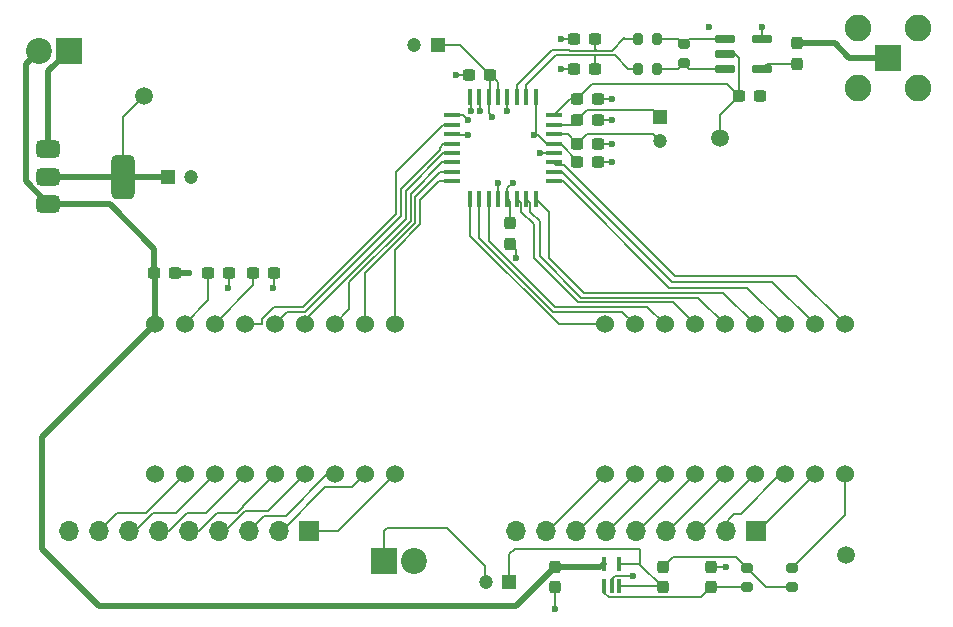
<source format=gbr>
%TF.GenerationSoftware,KiCad,Pcbnew,8.0.1*%
%TF.CreationDate,2024-04-12T18:49:36-04:00*%
%TF.ProjectId,adc_fpga,6164635f-6670-4676-912e-6b696361645f,rev?*%
%TF.SameCoordinates,Original*%
%TF.FileFunction,Copper,L1,Top*%
%TF.FilePolarity,Positive*%
%FSLAX46Y46*%
G04 Gerber Fmt 4.6, Leading zero omitted, Abs format (unit mm)*
G04 Created by KiCad (PCBNEW 8.0.1) date 2024-04-12 18:49:36*
%MOMM*%
%LPD*%
G01*
G04 APERTURE LIST*
G04 Aperture macros list*
%AMRoundRect*
0 Rectangle with rounded corners*
0 $1 Rounding radius*
0 $2 $3 $4 $5 $6 $7 $8 $9 X,Y pos of 4 corners*
0 Add a 4 corners polygon primitive as box body*
4,1,4,$2,$3,$4,$5,$6,$7,$8,$9,$2,$3,0*
0 Add four circle primitives for the rounded corners*
1,1,$1+$1,$2,$3*
1,1,$1+$1,$4,$5*
1,1,$1+$1,$6,$7*
1,1,$1+$1,$8,$9*
0 Add four rect primitives between the rounded corners*
20,1,$1+$1,$2,$3,$4,$5,0*
20,1,$1+$1,$4,$5,$6,$7,0*
20,1,$1+$1,$6,$7,$8,$9,0*
20,1,$1+$1,$8,$9,$2,$3,0*%
G04 Aperture macros list end*
%TA.AperFunction,ComponentPad*%
%ADD10C,1.500000*%
%TD*%
%TA.AperFunction,ComponentPad*%
%ADD11C,1.524000*%
%TD*%
%TA.AperFunction,SMDPad,CuDef*%
%ADD12RoundRect,0.237500X-0.300000X-0.237500X0.300000X-0.237500X0.300000X0.237500X-0.300000X0.237500X0*%
%TD*%
%TA.AperFunction,SMDPad,CuDef*%
%ADD13RoundRect,0.237500X-0.237500X0.300000X-0.237500X-0.300000X0.237500X-0.300000X0.237500X0.300000X0*%
%TD*%
%TA.AperFunction,SMDPad,CuDef*%
%ADD14R,0.330200X1.473200*%
%TD*%
%TA.AperFunction,SMDPad,CuDef*%
%ADD15R,1.473200X0.330200*%
%TD*%
%TA.AperFunction,SMDPad,CuDef*%
%ADD16RoundRect,0.200000X0.275000X-0.200000X0.275000X0.200000X-0.275000X0.200000X-0.275000X-0.200000X0*%
%TD*%
%TA.AperFunction,SMDPad,CuDef*%
%ADD17RoundRect,0.200000X-0.200000X-0.275000X0.200000X-0.275000X0.200000X0.275000X-0.200000X0.275000X0*%
%TD*%
%TA.AperFunction,SMDPad,CuDef*%
%ADD18RoundRect,0.237500X0.300000X0.237500X-0.300000X0.237500X-0.300000X-0.237500X0.300000X-0.237500X0*%
%TD*%
%TA.AperFunction,ComponentPad*%
%ADD19R,1.200000X1.200000*%
%TD*%
%TA.AperFunction,ComponentPad*%
%ADD20C,1.200000*%
%TD*%
%TA.AperFunction,ComponentPad*%
%ADD21R,1.700000X1.700000*%
%TD*%
%TA.AperFunction,ComponentPad*%
%ADD22O,1.700000X1.700000*%
%TD*%
%TA.AperFunction,ComponentPad*%
%ADD23R,2.250000X2.250000*%
%TD*%
%TA.AperFunction,ComponentPad*%
%ADD24C,2.250000*%
%TD*%
%TA.AperFunction,SMDPad,CuDef*%
%ADD25RoundRect,0.190000X0.635000X0.190000X-0.635000X0.190000X-0.635000X-0.190000X0.635000X-0.190000X0*%
%TD*%
%TA.AperFunction,SMDPad,CuDef*%
%ADD26RoundRect,0.237500X0.237500X-0.300000X0.237500X0.300000X-0.237500X0.300000X-0.237500X-0.300000X0*%
%TD*%
%TA.AperFunction,SMDPad,CuDef*%
%ADD27RoundRect,0.200000X-0.275000X0.200000X-0.275000X-0.200000X0.275000X-0.200000X0.275000X0.200000X0*%
%TD*%
%TA.AperFunction,SMDPad,CuDef*%
%ADD28RoundRect,0.375000X-0.625000X-0.375000X0.625000X-0.375000X0.625000X0.375000X-0.625000X0.375000X0*%
%TD*%
%TA.AperFunction,SMDPad,CuDef*%
%ADD29RoundRect,0.500000X-0.500000X-1.400000X0.500000X-1.400000X0.500000X1.400000X-0.500000X1.400000X0*%
%TD*%
%TA.AperFunction,ComponentPad*%
%ADD30R,2.200000X2.200000*%
%TD*%
%TA.AperFunction,ComponentPad*%
%ADD31C,2.200000*%
%TD*%
%TA.AperFunction,SMDPad,CuDef*%
%ADD32RoundRect,0.040000X0.160000X-0.555000X0.160000X0.555000X-0.160000X0.555000X-0.160000X-0.555000X0*%
%TD*%
%TA.AperFunction,ViaPad*%
%ADD33C,0.600000*%
%TD*%
%TA.AperFunction,Conductor*%
%ADD34C,0.200000*%
%TD*%
%TA.AperFunction,Conductor*%
%ADD35C,0.500000*%
%TD*%
G04 APERTURE END LIST*
D10*
%TO.P,TP2,1,1*%
%TO.N,Net-(U3-VRM)*%
X137668000Y-92710000D03*
%TD*%
%TO.P,TP4,1,1*%
%TO.N,+3.3V*%
X88900000Y-89154000D03*
%TD*%
%TO.P,TP1,1,1*%
%TO.N,Net-(U2-A4)*%
X148336000Y-128016000D03*
%TD*%
D11*
%TO.P,U2,1,L1*%
%TO.N,Net-(U2-L1)*%
X148245000Y-108530000D03*
%TO.P,U2,2,M4*%
%TO.N,Net-(U2-M4)*%
X145705000Y-108530000D03*
%TO.P,U2,3,M3*%
%TO.N,Net-(U2-M3)*%
X143165000Y-108530000D03*
%TO.P,U2,4,N2*%
%TO.N,Net-(U2-N2)*%
X140625000Y-108530000D03*
%TO.P,U2,5,M2*%
%TO.N,Net-(U2-M2)*%
X138085000Y-108530000D03*
%TO.P,U2,6,P3*%
%TO.N,Net-(U2-P3)*%
X135545000Y-108530000D03*
%TO.P,U2,7,N3*%
%TO.N,Net-(U2-N3)*%
X133005000Y-108530000D03*
%TO.P,U2,8,P1*%
%TO.N,Net-(U2-P1)*%
X130465000Y-108530000D03*
%TO.P,U2,9,N1*%
%TO.N,Net-(U2-N1)*%
X127925000Y-108530000D03*
%TO.P,U2,16,P14*%
%TO.N,Net-(U2-P14)*%
X110145000Y-108530000D03*
%TO.P,U2,17,P15*%
%TO.N,Net-(U2-P15)*%
X107605000Y-108530000D03*
%TO.P,U2,18,N13*%
%TO.N,Net-(U2-N13)*%
X105065000Y-108530000D03*
%TO.P,U2,19,N15*%
%TO.N,Net-(U2-N15)*%
X102525000Y-108530000D03*
%TO.P,U2,20,N14*%
%TO.N,Net-(U2-N14)*%
X99985000Y-108530000D03*
%TO.P,U2,21,M15*%
%TO.N,Net-(U2-M15)*%
X97445000Y-108530000D03*
%TO.P,U2,22,M14*%
%TO.N,Net-(U2-M14)*%
X94905000Y-108530000D03*
%TO.P,U2,23,L15*%
%TO.N,Net-(U2-L15)*%
X92365000Y-108530000D03*
%TO.P,U2,24,VU*%
%TO.N,+5V*%
X89825000Y-108530000D03*
%TO.P,U2,25,GND*%
%TO.N,GND*%
X89825000Y-121230000D03*
%TO.P,U2,26,L14*%
%TO.N,Net-(U2-L14)*%
X92365000Y-121230000D03*
%TO.P,U2,27,K14*%
%TO.N,Net-(U2-K14)*%
X94905000Y-121230000D03*
%TO.P,U2,28,J15*%
%TO.N,Net-(U2-J15)*%
X97445000Y-121230000D03*
%TO.P,U2,29,L13*%
%TO.N,Net-(U2-L13)*%
X99985000Y-121230000D03*
%TO.P,U2,30,M13*%
%TO.N,Net-(U2-M13)*%
X102525000Y-121230000D03*
%TO.P,U2,31,J11*%
%TO.N,Net-(U2-J11)*%
X105065000Y-121230000D03*
%TO.P,U2,32,A32*%
%TO.N,Net-(U2-A32)*%
X107605000Y-121230000D03*
%TO.P,U2,33,A33*%
%TO.N,Net-(U2-A33)*%
X110145000Y-121230000D03*
%TO.P,U2,40,C5*%
%TO.N,Net-(U2-C5)*%
X127925000Y-121230000D03*
%TO.P,U2,41,A2*%
%TO.N,Net-(U2-A2)*%
X130465000Y-121230000D03*
%TO.P,U2,42,B2*%
%TO.N,Net-(U2-B2)*%
X133005000Y-121230000D03*
%TO.P,U2,43,B1*%
%TO.N,Net-(U2-B1)*%
X135545000Y-121230000D03*
%TO.P,U2,44,C1*%
%TO.N,Net-(U2-C1)*%
X138085000Y-121230000D03*
%TO.P,U2,45,B3*%
%TO.N,Net-(U2-B3)*%
X140625000Y-121230000D03*
%TO.P,U2,46,B4*%
%TO.N,Net-(U2-B4)*%
X143165000Y-121230000D03*
%TO.P,U2,47,A3*%
%TO.N,Net-(U2-A3)*%
X145705000Y-121230000D03*
%TO.P,U2,48,A4*%
%TO.N,Net-(U2-A4)*%
X148245000Y-121230000D03*
%TD*%
D12*
%TO.P,C20,1*%
%TO.N,Net-(U2-M14)*%
X98197500Y-104140000D03*
%TO.P,C20,2*%
%TO.N,GND*%
X99922500Y-104140000D03*
%TD*%
%TO.P,C14,1*%
%TO.N,Net-(U2-L15)*%
X94387500Y-104140000D03*
%TO.P,C14,2*%
%TO.N,GND*%
X96112500Y-104140000D03*
%TD*%
D13*
%TO.P,C13,1*%
%TO.N,+3.3V*%
X119888000Y-99975500D03*
%TO.P,C13,2*%
%TO.N,GND*%
X119888000Y-101700500D03*
%TD*%
D14*
%TO.P,U3,1,VREF*%
%TO.N,+3.3V*%
X122103799Y-89306400D03*
%TO.P,U3,2,VIN+*%
%TO.N,Net-(U3-VIN+)*%
X121303801Y-89306400D03*
%TO.P,U3,3,VIN-*%
%TO.N,Net-(U3-VIN-)*%
X120503800Y-89306400D03*
%TO.P,U3,4,AGND*%
%TO.N,GND*%
X119703799Y-89306400D03*
%TO.P,U3,5,VA*%
%TO.N,+3.3V*%
X118903801Y-89306400D03*
%TO.P,U3,6,VD*%
X118103800Y-89306400D03*
%TO.P,U3,7,AGND*%
%TO.N,GND*%
X117303801Y-89306400D03*
%TO.P,U3,8,PD*%
X116503801Y-89306400D03*
D15*
%TO.P,U3,9,DGND*%
X114985800Y-90824401D03*
%TO.P,U3,10,CLK*%
%TO.N,Net-(U2-M15)*%
X114985800Y-91624399D03*
%TO.P,U3,11,DF/DCS*%
%TO.N,GND*%
X114985800Y-92424400D03*
%TO.P,U3,12,(LSB)D0*%
%TO.N,Net-(U2-N14)*%
X114985800Y-93224401D03*
%TO.P,U3,13,D1*%
%TO.N,Net-(U2-N15)*%
X114985800Y-94024399D03*
%TO.P,U3,14,D2*%
%TO.N,Net-(U2-N13)*%
X114985800Y-94824400D03*
%TO.P,U3,15,D3*%
%TO.N,Net-(U2-P15)*%
X114985800Y-95624399D03*
%TO.P,U3,16,D4*%
%TO.N,Net-(U2-P14)*%
X114985800Y-96424399D03*
D14*
%TO.P,U3,17,D5*%
%TO.N,Net-(U2-N1)*%
X116503801Y-97942400D03*
%TO.P,U3,18,D6*%
%TO.N,Net-(U2-P1)*%
X117303799Y-97942400D03*
%TO.P,U3,19,D7*%
%TO.N,Net-(U2-N3)*%
X118103800Y-97942400D03*
%TO.P,U3,20,DRGND*%
%TO.N,GND*%
X118903801Y-97942400D03*
%TO.P,U3,21,VDR*%
%TO.N,+3.3V*%
X119703799Y-97942400D03*
%TO.P,U3,22,D8*%
%TO.N,Net-(U2-P3)*%
X120503800Y-97942400D03*
%TO.P,U3,23,D9*%
%TO.N,Net-(U2-M2)*%
X121303799Y-97942400D03*
%TO.P,U3,24,D10*%
%TO.N,Net-(U2-N2)*%
X122103799Y-97942400D03*
D15*
%TO.P,U3,25,D11*%
%TO.N,Net-(U2-M3)*%
X123621800Y-96424399D03*
%TO.P,U3,26,D12*%
%TO.N,Net-(U2-M4)*%
X123621800Y-95624401D03*
%TO.P,U3,27,D13(MSB)*%
%TO.N,Net-(U2-L1)*%
X123621800Y-94824400D03*
%TO.P,U3,28,AGND*%
%TO.N,GND*%
X123621800Y-94024399D03*
%TO.P,U3,29,VA*%
%TO.N,+3.3V*%
X123621800Y-93224401D03*
%TO.P,U3,30,VRN*%
%TO.N,Net-(U3-VRN)*%
X123621800Y-92424400D03*
%TO.P,U3,31,VRP*%
%TO.N,Net-(U3-VRP)*%
X123621800Y-91624401D03*
%TO.P,U3,32,VRM*%
%TO.N,Net-(U3-VRM)*%
X123621800Y-90824401D03*
%TD*%
D16*
%TO.P,R5,1*%
%TO.N,Net-(R1-Pad2)*%
X134620000Y-86423000D03*
%TO.P,R5,2*%
%TO.N,Net-(R4-Pad2)*%
X134620000Y-84773000D03*
%TD*%
D17*
%TO.P,R4,1*%
%TO.N,Net-(U3-VIN-)*%
X130747000Y-84328000D03*
%TO.P,R4,2*%
%TO.N,Net-(R4-Pad2)*%
X132397000Y-84328000D03*
%TD*%
%TO.P,R1,1*%
%TO.N,Net-(U3-VIN+)*%
X130747000Y-86868000D03*
%TO.P,R1,2*%
%TO.N,Net-(R1-Pad2)*%
X132397000Y-86868000D03*
%TD*%
D18*
%TO.P,C12,2*%
%TO.N,GND*%
X125375500Y-86868000D03*
%TO.P,C12,1*%
%TO.N,Net-(U3-VIN+)*%
X127100500Y-86868000D03*
%TD*%
D12*
%TO.P,C10,1*%
%TO.N,GND*%
X125375500Y-84328000D03*
%TO.P,C10,2*%
%TO.N,Net-(U3-VIN-)*%
X127100500Y-84328000D03*
%TD*%
%TO.P,C9,1*%
%TO.N,Net-(U3-VRM)*%
X139345500Y-89154000D03*
%TO.P,C9,2*%
%TO.N,GND*%
X141070500Y-89154000D03*
%TD*%
D19*
%TO.P,C8,1*%
%TO.N,Net-(U3-VRP)*%
X132588000Y-90975401D03*
D20*
%TO.P,C8,2*%
%TO.N,Net-(U3-VRN)*%
X132588000Y-92975401D03*
%TD*%
D18*
%TO.P,C7,2*%
%TO.N,Net-(U3-VRN)*%
X125629500Y-93218000D03*
%TO.P,C7,1*%
%TO.N,GND*%
X127354500Y-93218000D03*
%TD*%
%TO.P,C6,1*%
%TO.N,GND*%
X127354500Y-89408000D03*
%TO.P,C6,2*%
%TO.N,Net-(U3-VRM)*%
X125629500Y-89408000D03*
%TD*%
%TO.P,C5,2*%
%TO.N,Net-(U3-VRP)*%
X125629500Y-91186000D03*
%TO.P,C5,1*%
%TO.N,GND*%
X127354500Y-91186000D03*
%TD*%
D19*
%TO.P,C4,1*%
%TO.N,+3.3V*%
X113792000Y-84836000D03*
D20*
%TO.P,C4,2*%
%TO.N,GND*%
X111792000Y-84836000D03*
%TD*%
D18*
%TO.P,C3,1*%
%TO.N,GND*%
X127354500Y-94742000D03*
%TO.P,C3,2*%
%TO.N,+3.3V*%
X125629500Y-94742000D03*
%TD*%
D12*
%TO.P,C2,1*%
%TO.N,GND*%
X116485500Y-87376000D03*
%TO.P,C2,2*%
%TO.N,+3.3V*%
X118210500Y-87376000D03*
%TD*%
D21*
%TO.P,J5,1*%
%TO.N,Net-(U2-A33)*%
X102870000Y-125984000D03*
D22*
%TO.P,J5,2*%
%TO.N,Net-(U2-A32)*%
X100330000Y-125984000D03*
%TO.P,J5,3*%
%TO.N,Net-(U2-J11)*%
X97790000Y-125984000D03*
%TO.P,J5,4*%
%TO.N,Net-(U2-M13)*%
X95250000Y-125984000D03*
%TO.P,J5,5*%
%TO.N,Net-(U2-L13)*%
X92710000Y-125984000D03*
%TO.P,J5,6*%
%TO.N,Net-(U2-J15)*%
X90170000Y-125984000D03*
%TO.P,J5,7*%
%TO.N,Net-(U2-K14)*%
X87630000Y-125984000D03*
%TO.P,J5,8*%
%TO.N,Net-(U2-L14)*%
X85090000Y-125984000D03*
%TO.P,J5,9*%
%TO.N,GND*%
X82550000Y-125984000D03*
%TD*%
D21*
%TO.P,J3,1*%
%TO.N,Net-(U2-A3)*%
X140716000Y-125984000D03*
D22*
%TO.P,J3,2*%
%TO.N,Net-(U2-B4)*%
X138176000Y-125984000D03*
%TO.P,J3,3*%
%TO.N,Net-(U2-B3)*%
X135636000Y-125984000D03*
%TO.P,J3,4*%
%TO.N,Net-(U2-C1)*%
X133096000Y-125984000D03*
%TO.P,J3,5*%
%TO.N,Net-(U2-B1)*%
X130556000Y-125984000D03*
%TO.P,J3,6*%
%TO.N,Net-(U2-B2)*%
X128016000Y-125984000D03*
%TO.P,J3,7*%
%TO.N,Net-(U2-A2)*%
X125476000Y-125984000D03*
%TO.P,J3,8*%
%TO.N,Net-(U2-C5)*%
X122936000Y-125984000D03*
%TO.P,J3,9*%
%TO.N,GND*%
X120396000Y-125984000D03*
%TD*%
D23*
%TO.P,J1,1,In*%
%TO.N,Net-(J1-In)*%
X151892000Y-85959500D03*
D24*
%TO.P,J1,2,Ext*%
%TO.N,GND*%
X154432000Y-83419500D03*
X149352000Y-83419500D03*
X154432000Y-88499500D03*
X149352000Y-88499500D03*
%TD*%
D25*
%TO.P,T1,6*%
%TO.N,Net-(C11-Pad2)*%
X141290000Y-86871000D03*
%TO.P,T1,4*%
%TO.N,GND*%
X141290000Y-84331000D03*
%TO.P,T1,3*%
%TO.N,Net-(R4-Pad2)*%
X138110000Y-84331000D03*
%TO.P,T1,2*%
%TO.N,Net-(U3-VRM)*%
X138110000Y-85601000D03*
%TO.P,T1,1*%
%TO.N,Net-(R1-Pad2)*%
X138110000Y-86871000D03*
%TD*%
D13*
%TO.P,C11,2*%
%TO.N,Net-(C11-Pad2)*%
X144254000Y-86460500D03*
%TO.P,C11,1*%
%TO.N,Net-(J1-In)*%
X144254000Y-84735500D03*
%TD*%
D26*
%TO.P,C17,1*%
%TO.N,Net-(U1-+)*%
X136906000Y-130806500D03*
%TO.P,C17,2*%
%TO.N,GND*%
X136906000Y-129081500D03*
%TD*%
D19*
%TO.P,C19,1*%
%TO.N,Net-(U1--)*%
X119844600Y-130302000D03*
D20*
%TO.P,C19,2*%
%TO.N,Net-(J2-Pin_1)*%
X117844600Y-130302000D03*
%TD*%
D27*
%TO.P,R3,1*%
%TO.N,Net-(C18-Pad2)*%
X139954000Y-129119000D03*
%TO.P,R3,2*%
%TO.N,Net-(U1-+)*%
X139954000Y-130769000D03*
%TD*%
D12*
%TO.P,C1,2*%
%TO.N,GND*%
X91540500Y-104140000D03*
%TO.P,C1,1*%
%TO.N,+5V*%
X89815500Y-104140000D03*
%TD*%
D28*
%TO.P,U4,1,GND*%
%TO.N,GND*%
X80822000Y-93712000D03*
%TO.P,U4,2,VO*%
%TO.N,+3.3V*%
X80822000Y-96012000D03*
D29*
X87122000Y-96012000D03*
D28*
%TO.P,U4,3,VI*%
%TO.N,+5V*%
X80822000Y-98312000D03*
%TD*%
D30*
%TO.P,J2,1,Pin_1*%
%TO.N,Net-(J2-Pin_1)*%
X109220000Y-128524000D03*
D31*
%TO.P,J2,2,Pin_2*%
%TO.N,GND*%
X111760000Y-128524000D03*
%TD*%
D19*
%TO.P,C15,1*%
%TO.N,+3.3V*%
X90932000Y-96012000D03*
D20*
%TO.P,C15,2*%
%TO.N,GND*%
X92932000Y-96012000D03*
%TD*%
D26*
%TO.P,C18,1*%
%TO.N,Net-(U1--)*%
X132842000Y-130806500D03*
%TO.P,C18,2*%
%TO.N,Net-(C18-Pad2)*%
X132842000Y-129081500D03*
%TD*%
D32*
%TO.P,U1,1,+*%
%TO.N,Net-(U1-+)*%
X127874000Y-130698000D03*
%TO.P,U1,2,V-*%
%TO.N,GND*%
X128524000Y-130698000D03*
%TO.P,U1,3,-*%
%TO.N,Net-(U1--)*%
X129174000Y-130698000D03*
%TO.P,U1,4*%
X129174000Y-128778000D03*
%TO.P,U1,5,V+*%
%TO.N,+5V*%
X127874000Y-128778000D03*
%TD*%
D30*
%TO.P,J4,1,Pin_1*%
%TO.N,GND*%
X82550000Y-85344000D03*
D31*
%TO.P,J4,2,Pin_2*%
%TO.N,+5V*%
X80010000Y-85344000D03*
%TD*%
D13*
%TO.P,C16,1*%
%TO.N,+5V*%
X123698000Y-129081500D03*
%TO.P,C16,2*%
%TO.N,GND*%
X123698000Y-130806500D03*
%TD*%
D27*
%TO.P,R2,1*%
%TO.N,Net-(U2-A4)*%
X143764000Y-129119000D03*
%TO.P,R2,2*%
%TO.N,Net-(C18-Pad2)*%
X143764000Y-130769000D03*
%TD*%
D33*
%TO.N,GND*%
X99822000Y-105410000D03*
X96012000Y-105410000D03*
X141224000Y-83312000D03*
%TO.N,+3.3V*%
X120142000Y-96520000D03*
%TO.N,GND*%
X120396000Y-102870000D03*
X128524000Y-89408000D03*
X128524000Y-94742000D03*
X128524000Y-93218000D03*
%TO.N,+3.3V*%
X118364000Y-90932000D03*
X121920000Y-92456000D03*
%TO.N,GND*%
X128524000Y-91186000D03*
X124206000Y-84328000D03*
X124206000Y-86868000D03*
X116332000Y-91186000D03*
X115316000Y-87376000D03*
X122428000Y-93980000D03*
X118872000Y-96520000D03*
X116332000Y-92456000D03*
X119634000Y-90424000D03*
X117348000Y-90424000D03*
X116586000Y-90424000D03*
X136736000Y-83312000D03*
X130302000Y-129794000D03*
X123698000Y-132588000D03*
X138176000Y-129032000D03*
X92710000Y-104140000D03*
%TD*%
D34*
%TO.N,Net-(U1--)*%
X119833199Y-127998801D02*
X119833199Y-129943999D01*
X120324000Y-127508000D02*
X119833199Y-127998801D01*
X130810000Y-127508000D02*
X120324000Y-127508000D01*
X130938750Y-127636750D02*
X130810000Y-127508000D01*
X130938750Y-128903250D02*
X130938750Y-127636750D01*
%TO.N,+3.3V*%
X87122000Y-90932000D02*
X87122000Y-96012000D01*
X88900000Y-89154000D02*
X87122000Y-90932000D01*
%TO.N,Net-(U3-VRM)*%
X137668000Y-90831500D02*
X139345500Y-89154000D01*
X137668000Y-92710000D02*
X137668000Y-90831500D01*
%TO.N,Net-(U2-M3)*%
X143074000Y-108530000D02*
X143165000Y-108530000D01*
X139954000Y-105410000D02*
X143074000Y-108530000D01*
X133350000Y-105410000D02*
X139954000Y-105410000D01*
X124364399Y-96424399D02*
X133350000Y-105410000D01*
X123621800Y-96424399D02*
X124364399Y-96424399D01*
%TO.N,Net-(U2-L1)*%
X144109000Y-104394000D02*
X148245000Y-108530000D01*
X124507943Y-95053200D02*
X133848743Y-104394000D01*
X123850600Y-95053200D02*
X124507943Y-95053200D01*
X123621800Y-94824400D02*
X123850600Y-95053200D01*
X133848743Y-104394000D02*
X144109000Y-104394000D01*
%TO.N,Net-(U2-M4)*%
X142077000Y-104902000D02*
X145705000Y-108530000D01*
X133604000Y-104902000D02*
X142077000Y-104902000D01*
X124326401Y-95624401D02*
X133604000Y-104902000D01*
X123621800Y-95624401D02*
X124326401Y-95624401D01*
%TO.N,Net-(U2-N14)*%
X114985800Y-93224401D02*
X114284098Y-93224401D01*
X102590000Y-107468000D02*
X101047000Y-107468000D01*
X114284098Y-93224401D02*
X113949200Y-93559299D01*
X101047000Y-107468000D02*
X99985000Y-108530000D01*
X113949200Y-93559299D02*
X113949200Y-93793614D01*
X110699600Y-99358400D02*
X102590000Y-107468000D01*
X113949200Y-93793614D02*
X110699600Y-97043214D01*
X110699600Y-97043214D02*
X110699600Y-99358400D01*
%TO.N,GND*%
X99922500Y-105309500D02*
X99822000Y-105410000D01*
X99922500Y-104140000D02*
X99922500Y-105309500D01*
X96112500Y-105309500D02*
X96012000Y-105410000D01*
X96112500Y-104140000D02*
X96112500Y-105309500D01*
%TO.N,Net-(U2-M14)*%
X98197500Y-105237500D02*
X94905000Y-108530000D01*
X98197500Y-104140000D02*
X98197500Y-105237500D01*
%TO.N,Net-(U2-L15)*%
X94387500Y-106507500D02*
X92365000Y-108530000D01*
X94387500Y-104140000D02*
X94387500Y-106507500D01*
D35*
%TO.N,+5V*%
X89825000Y-104149500D02*
X89815500Y-104140000D01*
X89825000Y-108530000D02*
X89825000Y-104149500D01*
X89815500Y-102108000D02*
X89815500Y-104140000D01*
D34*
%TO.N,GND*%
X141224000Y-83312000D02*
X141290000Y-84331000D01*
%TO.N,+3.3V*%
X120142000Y-96520000D02*
X119703799Y-96958201D01*
X119703799Y-96958201D02*
X119703799Y-97942400D01*
%TO.N,GND*%
X120396000Y-102208500D02*
X119888000Y-101700500D01*
X120396000Y-102870000D02*
X120396000Y-102208500D01*
%TO.N,+3.3V*%
X119888000Y-98126601D02*
X119703799Y-97942400D01*
X119888000Y-99975500D02*
X119888000Y-98126601D01*
%TO.N,Net-(U2-N3)*%
X131543000Y-107068000D02*
X133005000Y-108530000D01*
X123693372Y-107068000D02*
X131543000Y-107068000D01*
X118103800Y-101478428D02*
X123693372Y-107068000D01*
X118103800Y-97942400D02*
X118103800Y-101478428D01*
%TO.N,Net-(U2-P1)*%
X129403000Y-107468000D02*
X130465000Y-108530000D01*
X117303799Y-101244113D02*
X123527686Y-107468000D01*
X123527686Y-107468000D02*
X129403000Y-107468000D01*
X117303799Y-97942400D02*
X117303799Y-101244113D01*
%TO.N,Net-(U2-N1)*%
X124024000Y-108530000D02*
X127925000Y-108530000D01*
X116503801Y-101009801D02*
X124024000Y-108530000D01*
X116503801Y-97942400D02*
X116503801Y-101009801D01*
%TO.N,Net-(U2-N2)*%
X137963000Y-105868000D02*
X140625000Y-108530000D01*
X126143000Y-105868000D02*
X137963000Y-105868000D01*
X123190000Y-102915000D02*
X126143000Y-105868000D01*
X123190000Y-99028601D02*
X123190000Y-102915000D01*
X122103799Y-97942400D02*
X123190000Y-99028601D01*
%TO.N,Net-(U2-P3)*%
X125643000Y-106668000D02*
X133683000Y-106668000D01*
X133683000Y-106668000D02*
X135545000Y-108530000D01*
X121920000Y-102945000D02*
X125643000Y-106668000D01*
X120838699Y-98979000D02*
X121920000Y-100060301D01*
X121920000Y-100060301D02*
X121920000Y-102945000D01*
X120838699Y-98277299D02*
X120838699Y-98979000D01*
X120503800Y-97942400D02*
X120838699Y-98277299D01*
%TO.N,Net-(U2-M2)*%
X125950107Y-106268000D02*
X135823000Y-106268000D01*
X122428000Y-102745893D02*
X125950107Y-106268000D01*
X121638699Y-98277300D02*
X121638699Y-98979000D01*
X121303799Y-97942400D02*
X121638699Y-98277300D01*
X121638699Y-98979000D02*
X122428000Y-99768301D01*
X122428000Y-99768301D02*
X122428000Y-102745893D01*
X135823000Y-106268000D02*
X138085000Y-108530000D01*
D35*
%TO.N,GND*%
X92710000Y-104140000D02*
X91540500Y-104140000D01*
%TO.N,+5V*%
X86019500Y-98312000D02*
X89815500Y-102108000D01*
D34*
%TO.N,GND*%
X128524000Y-89408000D02*
X127354500Y-89408000D01*
%TO.N,Net-(U3-VRM)*%
X138329500Y-88138000D02*
X139345500Y-89154000D01*
X125038201Y-89408000D02*
X125629500Y-89408000D01*
X125629500Y-89408000D02*
X126899500Y-88138000D01*
X123621800Y-90824401D02*
X125038201Y-89408000D01*
X126899500Y-88138000D02*
X138329500Y-88138000D01*
%TO.N,Net-(U3-VRP)*%
X132023599Y-90411000D02*
X132588000Y-90975401D01*
X126404500Y-90411000D02*
X132023599Y-90411000D01*
X125629500Y-91186000D02*
X126404500Y-90411000D01*
%TO.N,Net-(U3-VRN)*%
X132055599Y-92443000D02*
X132588000Y-92975401D01*
X126404500Y-92443000D02*
X132055599Y-92443000D01*
X125629500Y-93218000D02*
X126404500Y-92443000D01*
%TO.N,GND*%
X127354500Y-94742000D02*
X128524000Y-94742000D01*
X127354500Y-93218000D02*
X128524000Y-93218000D01*
X127354500Y-91186000D02*
X128524000Y-91186000D01*
%TO.N,+3.3V*%
X118103800Y-90671800D02*
X118364000Y-90932000D01*
X118103800Y-89306400D02*
X118103800Y-90671800D01*
X122103799Y-92272201D02*
X122103799Y-89306400D01*
X121920000Y-92456000D02*
X122103799Y-92272201D01*
X123050300Y-93224401D02*
X123621800Y-93224401D01*
X122281899Y-92456000D02*
X123050300Y-93224401D01*
X121920000Y-92456000D02*
X122281899Y-92456000D01*
X125629500Y-94660601D02*
X125629500Y-94742000D01*
X124193300Y-93224401D02*
X125629500Y-94660601D01*
X123621800Y-93224401D02*
X124193300Y-93224401D01*
%TO.N,Net-(U3-VIN+)*%
X121303801Y-88236549D02*
X121303801Y-89306400D01*
X123810550Y-85729800D02*
X121303801Y-88236549D01*
X124591800Y-85729800D02*
X123810550Y-85729800D01*
X127000000Y-85744000D02*
X124606000Y-85744000D01*
X124606000Y-85744000D02*
X124591800Y-85729800D01*
%TO.N,Net-(U3-VIN-)*%
X120503800Y-88284200D02*
X120503800Y-89306400D01*
X123458200Y-85329800D02*
X120503800Y-88284200D01*
X124953800Y-85329800D02*
X123458200Y-85329800D01*
D35*
%TO.N,Net-(J1-In)*%
X148618000Y-85959500D02*
X151892000Y-85959500D01*
X144254000Y-84735500D02*
X147394000Y-84735500D01*
X147394000Y-84735500D02*
X148618000Y-85959500D01*
D34*
%TO.N,Net-(R4-Pad2)*%
X135062000Y-84331000D02*
X134620000Y-84773000D01*
X138110000Y-84331000D02*
X135062000Y-84331000D01*
%TO.N,Net-(R1-Pad2)*%
X135068000Y-86871000D02*
X134620000Y-86423000D01*
X138110000Y-86871000D02*
X135068000Y-86871000D01*
%TO.N,Net-(U3-VRM)*%
X138935000Y-85601000D02*
X138110000Y-85601000D01*
X139345500Y-86011500D02*
X138935000Y-85601000D01*
X139345500Y-89154000D02*
X139345500Y-86011500D01*
%TO.N,GND*%
X127254000Y-93117500D02*
X127354500Y-93218000D01*
X127354500Y-91186000D02*
X127254000Y-91286500D01*
%TO.N,Net-(U3-VRN)*%
X125629500Y-93218000D02*
X124835900Y-92424400D01*
X124835900Y-92424400D02*
X123621800Y-92424400D01*
%TO.N,Net-(U3-VRP)*%
X125629500Y-91186000D02*
X125191099Y-91624401D01*
X125191099Y-91624401D02*
X123621800Y-91624401D01*
%TO.N,GND*%
X124206000Y-86868000D02*
X125375500Y-86868000D01*
X124206000Y-84328000D02*
X125375500Y-84328000D01*
%TO.N,Net-(U3-VIN+)*%
X127100500Y-85844500D02*
X127000000Y-85744000D01*
X128770500Y-85744000D02*
X127000000Y-85744000D01*
X127100500Y-86868000D02*
X127100500Y-85844500D01*
%TO.N,Net-(U3-VIN-)*%
X127100500Y-85190500D02*
X127254000Y-85344000D01*
X124968000Y-85344000D02*
X127254000Y-85344000D01*
X127254000Y-85344000D02*
X128524000Y-85344000D01*
X127100500Y-84328000D02*
X127100500Y-85190500D01*
%TO.N,+3.3V*%
X115670500Y-84836000D02*
X118210500Y-87376000D01*
X113792000Y-84836000D02*
X115670500Y-84836000D01*
%TO.N,GND*%
X115970401Y-90824401D02*
X116332000Y-91186000D01*
X114985800Y-90824401D02*
X115970401Y-90824401D01*
X116485500Y-87376000D02*
X115316000Y-87376000D01*
X119634000Y-89376199D02*
X119703799Y-89306400D01*
X119634000Y-90424000D02*
X119634000Y-89376199D01*
X117348000Y-90424000D02*
X117348000Y-89350599D01*
X117348000Y-89350599D02*
X117303801Y-89306400D01*
X116586000Y-89388599D02*
X116503801Y-89306400D01*
X116586000Y-90424000D02*
X116586000Y-89388599D01*
X115017400Y-92456000D02*
X114985800Y-92424400D01*
X116332000Y-92456000D02*
X115017400Y-92456000D01*
X123577401Y-93980000D02*
X123621800Y-94024399D01*
X122428000Y-93980000D02*
X123577401Y-93980000D01*
X118872000Y-97910599D02*
X118903801Y-97942400D01*
X118872000Y-96520000D02*
X118872000Y-97910599D01*
%TO.N,+3.3V*%
X118903801Y-88169801D02*
X118903801Y-89306400D01*
X118872000Y-88138000D02*
X118903801Y-88169801D01*
X118872000Y-88037500D02*
X118872000Y-88138000D01*
X118210500Y-87376000D02*
X118872000Y-88037500D01*
X118210500Y-89199700D02*
X118103800Y-89306400D01*
X118210500Y-87376000D02*
X118210500Y-89199700D01*
%TO.N,Net-(U3-VIN-)*%
X124968000Y-85344000D02*
X124953800Y-85329800D01*
%TO.N,Net-(U3-VIN+)*%
X129894500Y-86868000D02*
X128770500Y-85744000D01*
%TO.N,Net-(U3-VIN-)*%
X128524000Y-85344000D02*
X129590250Y-84277750D01*
X129640500Y-84328000D02*
X129590250Y-84277750D01*
%TO.N,Net-(U3-VIN+)*%
X130747000Y-86868000D02*
X129894500Y-86868000D01*
%TO.N,Net-(U3-VIN-)*%
X130747000Y-84328000D02*
X129640500Y-84328000D01*
%TO.N,Net-(R1-Pad2)*%
X134175000Y-86868000D02*
X134620000Y-86423000D01*
X132397000Y-86868000D02*
X134175000Y-86868000D01*
%TO.N,Net-(R4-Pad2)*%
X132397000Y-84328000D02*
X134175000Y-84328000D01*
X134175000Y-84328000D02*
X134620000Y-84773000D01*
%TO.N,Net-(U2-M15)*%
X110299600Y-99192714D02*
X110299600Y-95608900D01*
X102424314Y-107068000D02*
X110299600Y-99192714D01*
X99945105Y-107068000D02*
X102424314Y-107068000D01*
X110299600Y-95608900D02*
X114284101Y-91624399D01*
X114284101Y-91624399D02*
X114985800Y-91624399D01*
X98923000Y-108530000D02*
X98923000Y-108090105D01*
X98923000Y-108090105D02*
X99945105Y-107068000D01*
X97445000Y-108530000D02*
X98923000Y-108530000D01*
%TO.N,Net-(U2-P14)*%
X110145000Y-102227058D02*
X110145000Y-108530000D01*
X112299600Y-100072458D02*
X110145000Y-102227058D01*
X112299600Y-98012400D02*
X112299600Y-100072458D01*
X113887601Y-96424399D02*
X112299600Y-98012400D01*
X114985800Y-96424399D02*
X113887601Y-96424399D01*
%TO.N,Net-(U2-P15)*%
X107605000Y-104201372D02*
X107605000Y-108530000D01*
X111899600Y-99906772D02*
X107605000Y-104201372D01*
X111899600Y-97726600D02*
X111899600Y-99906772D01*
X114001801Y-95624399D02*
X111899600Y-97726600D01*
X114985800Y-95624399D02*
X114001801Y-95624399D01*
%TO.N,Net-(U2-N13)*%
X105065000Y-108460000D02*
X105065000Y-108530000D01*
X106300000Y-107225000D02*
X105065000Y-108460000D01*
X111499600Y-99741086D02*
X106300000Y-104940686D01*
X114166800Y-94824400D02*
X111499600Y-97491600D01*
X106300000Y-104940686D02*
X106300000Y-107225000D01*
X114985800Y-94824400D02*
X114166800Y-94824400D01*
X111499600Y-97491600D02*
X111499600Y-99741086D01*
%TO.N,Net-(U2-N15)*%
X111099600Y-97208900D02*
X111099600Y-99575400D01*
X111099600Y-99575400D02*
X102525000Y-108150000D01*
X114284101Y-94024399D02*
X111099600Y-97208900D01*
X102525000Y-108150000D02*
X102525000Y-108530000D01*
X114985800Y-94024399D02*
X114284101Y-94024399D01*
D35*
%TO.N,+5V*%
X120445500Y-132334000D02*
X123698000Y-129081500D01*
X85090000Y-132334000D02*
X120445500Y-132334000D01*
X80264000Y-118091000D02*
X80264000Y-127508000D01*
X80264000Y-127508000D02*
X85090000Y-132334000D01*
X83937500Y-114417500D02*
X80264000Y-118091000D01*
D34*
%TO.N,GND*%
X141290000Y-83312000D02*
X141224000Y-83312000D01*
D35*
%TO.N,+5V*%
X89825000Y-108530000D02*
X83790000Y-114565000D01*
X80822000Y-98312000D02*
X86019500Y-98312000D01*
X78910001Y-96400001D02*
X80822000Y-98312000D01*
X78910001Y-86443999D02*
X78910001Y-96400001D01*
X80010000Y-85344000D02*
X78910001Y-86443999D01*
D34*
%TO.N,Net-(U2-A32)*%
X104276000Y-122292000D02*
X106543000Y-122292000D01*
X100584000Y-125984000D02*
X104276000Y-122292000D01*
X106543000Y-122292000D02*
X107605000Y-121230000D01*
X100330000Y-125984000D02*
X100584000Y-125984000D01*
%TO.N,Net-(U2-M13)*%
X99441000Y-124314000D02*
X102525000Y-121230000D01*
X97485685Y-124314000D02*
X99441000Y-124314000D01*
X95250000Y-125984000D02*
X95815685Y-125984000D01*
X95815685Y-125984000D02*
X97485685Y-124314000D01*
%TO.N,Net-(U2-J11)*%
X100955500Y-124714000D02*
X104439500Y-121230000D01*
X104439500Y-121230000D02*
X105065000Y-121230000D01*
X99060000Y-124714000D02*
X100955500Y-124714000D01*
X97790000Y-125984000D02*
X99060000Y-124714000D01*
%TO.N,Net-(U2-L13)*%
X96774000Y-124460000D02*
X97282000Y-123952000D01*
X97282000Y-123952000D02*
X97282000Y-123933000D01*
X95147654Y-124460000D02*
X96774000Y-124460000D01*
X93623654Y-125984000D02*
X95147654Y-124460000D01*
X97282000Y-123933000D02*
X99985000Y-121230000D01*
X92710000Y-125984000D02*
X93623654Y-125984000D01*
%TO.N,Net-(U2-A33)*%
X102870000Y-125984000D02*
X105391000Y-125984000D01*
X105391000Y-125984000D02*
X110145000Y-121230000D01*
%TO.N,Net-(U2-J15)*%
X94215000Y-124460000D02*
X97445000Y-121230000D01*
X92607654Y-124460000D02*
X94215000Y-124460000D01*
X91083654Y-125984000D02*
X92607654Y-124460000D01*
X90170000Y-125984000D02*
X91083654Y-125984000D01*
%TO.N,Net-(U2-K14)*%
X91675000Y-124460000D02*
X94905000Y-121230000D01*
X89700686Y-124460000D02*
X91675000Y-124460000D01*
X88176686Y-125984000D02*
X89700686Y-124460000D01*
X87630000Y-125984000D02*
X88176686Y-125984000D01*
%TO.N,Net-(U2-L14)*%
X89131895Y-124463105D02*
X92365000Y-121230000D01*
X86610895Y-124463105D02*
X89131895Y-124463105D01*
X85090000Y-125984000D02*
X86610895Y-124463105D01*
%TO.N,GND*%
X138126500Y-129081500D02*
X138176000Y-129032000D01*
X128833000Y-129794000D02*
X130302000Y-129794000D01*
X128524000Y-130698000D02*
X128524000Y-130103000D01*
D35*
X80822000Y-87072000D02*
X82550000Y-85344000D01*
X80822000Y-93712000D02*
X80822000Y-87072000D01*
D34*
X136906000Y-129081500D02*
X138126500Y-129081500D01*
X128524000Y-130103000D02*
X128833000Y-129794000D01*
X123698000Y-130806500D02*
X123698000Y-132588000D01*
D35*
%TO.N,+5V*%
X127570500Y-129081500D02*
X127874000Y-128778000D01*
X123698000Y-129081500D02*
X127570500Y-129081500D01*
%TO.N,+3.3V*%
X80822000Y-96012000D02*
X87122000Y-96012000D01*
X87122000Y-96012000D02*
X90932000Y-96012000D01*
D34*
%TO.N,Net-(U2-A4)*%
X148245000Y-121230000D02*
X148245000Y-124638000D01*
X148245000Y-124638000D02*
X143764000Y-129119000D01*
%TO.N,Net-(C11-Pad2)*%
X141700500Y-86460500D02*
X141290000Y-86871000D01*
X144254000Y-86460500D02*
X141700500Y-86460500D01*
%TO.N,Net-(U2-B2)*%
X133005000Y-121230000D02*
X128485000Y-125750000D01*
X128485000Y-125750000D02*
X127670000Y-125750000D01*
%TO.N,Net-(U2-C5)*%
X123405000Y-125750000D02*
X122590000Y-125750000D01*
X127925000Y-121230000D02*
X123405000Y-125750000D01*
%TO.N,Net-(U2-B4)*%
X139440000Y-124600000D02*
X138900000Y-124600000D01*
X143165000Y-121230000D02*
X142810000Y-121230000D01*
X142810000Y-121230000D02*
X139440000Y-124600000D01*
X137830000Y-125670000D02*
X137830000Y-125750000D01*
X138900000Y-124600000D02*
X137830000Y-125670000D01*
%TO.N,Net-(U2-C1)*%
X138085000Y-121230000D02*
X133565000Y-125750000D01*
X133565000Y-125750000D02*
X132750000Y-125750000D01*
%TO.N,Net-(U2-A3)*%
X141185000Y-125750000D02*
X140370000Y-125750000D01*
X145705000Y-121230000D02*
X141185000Y-125750000D01*
%TO.N,Net-(U2-B1)*%
X131025000Y-125750000D02*
X130210000Y-125750000D01*
X135545000Y-121230000D02*
X131025000Y-125750000D01*
%TO.N,Net-(U2-A2)*%
X125945000Y-125750000D02*
X125130000Y-125750000D01*
X130465000Y-121230000D02*
X125945000Y-125750000D01*
%TO.N,Net-(U2-B3)*%
X140625000Y-121230000D02*
X136105000Y-125750000D01*
X136105000Y-125750000D02*
X135290000Y-125750000D01*
%TO.N,Net-(U2-M14)*%
X94905000Y-108495000D02*
X94905000Y-108530000D01*
%TO.N,Net-(U2-L15)*%
X92365000Y-108530000D02*
X92365000Y-108185000D01*
%TO.N,Net-(U1-+)*%
X127874000Y-131244942D02*
X127874000Y-130698000D01*
X139954000Y-130769000D02*
X136943500Y-130769000D01*
X136906000Y-130806500D02*
X136068500Y-131644000D01*
X136943500Y-130769000D02*
X136906000Y-130806500D01*
X136068500Y-131644000D02*
X128273058Y-131644000D01*
X128273058Y-131644000D02*
X127874000Y-131244942D01*
%TO.N,Net-(C18-Pad2)*%
X141604000Y-130769000D02*
X139954000Y-129119000D01*
X143764000Y-130769000D02*
X141604000Y-130769000D01*
X139954000Y-129119000D02*
X139079000Y-128244000D01*
X133679500Y-128244000D02*
X132842000Y-129081500D01*
X139079000Y-128244000D02*
X133679500Y-128244000D01*
%TO.N,Net-(J2-Pin_1)*%
X117833199Y-129943999D02*
X117833199Y-129009199D01*
X117833199Y-129009199D02*
X114554000Y-125730000D01*
X109220000Y-125984000D02*
X109220000Y-128524000D01*
X109474000Y-125730000D02*
X109220000Y-125984000D01*
X114554000Y-125730000D02*
X109474000Y-125730000D01*
%TO.N,Net-(U1--)*%
X132842000Y-130806500D02*
X130938750Y-128903250D01*
X132733500Y-130698000D02*
X132842000Y-130806500D01*
X129174000Y-128778000D02*
X130813500Y-128778000D01*
X130813500Y-128778000D02*
X130938750Y-128903250D01*
X129174000Y-130698000D02*
X132733500Y-130698000D01*
%TD*%
M02*

</source>
